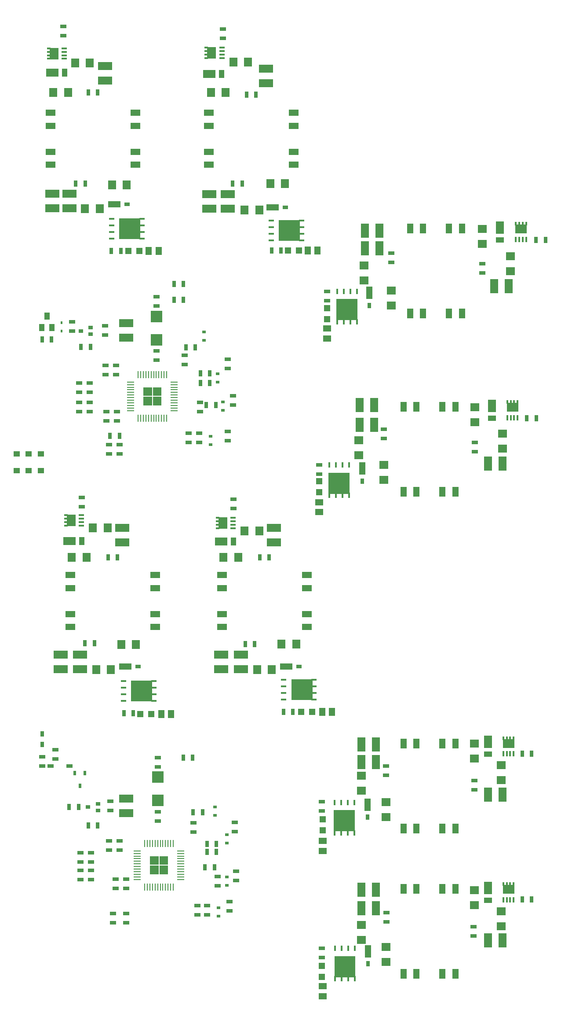
<source format=gtp>
G04 EAGLE Gerber RS-274X export*
G75*
%MOMM*%
%FSLAX34Y34*%
%LPD*%
%INTop Paste*%
%IPPOS*%
%AMOC8*
5,1,8,0,0,1.08239X$1,22.5*%
G01*
%ADD10R,0.800000X1.200000*%
%ADD11R,1.600000X2.700000*%
%ADD12R,1.200000X0.800000*%
%ADD13R,2.700000X1.600000*%
%ADD14R,0.787400X0.990600*%
%ADD15R,1.270000X2.387600*%
%ADD16R,1.500000X1.050000*%
%ADD17R,1.500000X2.400000*%
%ADD18R,0.800000X0.600000*%
%ADD19R,1.200000X1.200000*%
%ADD20R,0.800000X1.000000*%
%ADD21R,0.990600X0.787400*%
%ADD22R,2.387600X1.270000*%
%ADD23R,1.050000X1.500000*%
%ADD24R,2.400000X1.500000*%
%ADD25R,1.200000X0.700000*%
%ADD26R,0.400000X0.560000*%
%ADD27R,2.300000X2.300000*%
%ADD28R,1.220000X1.120000*%
%ADD29R,0.900000X0.700000*%
%ADD30R,0.457200X1.016000*%
%ADD31R,3.910000X3.810000*%
%ADD32R,0.405000X0.990000*%
%ADD33R,2.235000X1.725000*%
%ADD34R,0.405000X0.760000*%
%ADD35R,1.016000X0.457200*%
%ADD36R,3.810000X3.910000*%
%ADD37R,0.990000X0.405000*%
%ADD38R,1.725000X2.235000*%
%ADD39R,0.760000X0.405000*%
%ADD40R,1.000000X1.400000*%
%ADD41R,0.558800X0.863600*%
%ADD42R,1.803000X1.600000*%
%ADD43R,1.500000X1.300000*%
%ADD44R,1.600000X1.803000*%
%ADD45R,1.300000X1.500000*%
%ADD46R,1.170000X1.880000*%
%ADD47R,1.880000X1.170000*%
%ADD48R,1.346200X0.279400*%
%ADD49R,0.279400X1.346200*%

G36*
X294134Y1534416D02*
X294134Y1534416D01*
X294136Y1534415D01*
X294179Y1534435D01*
X294223Y1534453D01*
X294223Y1534455D01*
X294225Y1534456D01*
X294258Y1534541D01*
X294258Y1574419D01*
X294257Y1574421D01*
X294258Y1574423D01*
X294238Y1574466D01*
X294220Y1574510D01*
X294218Y1574510D01*
X294217Y1574512D01*
X294132Y1574545D01*
X253746Y1574545D01*
X253744Y1574544D01*
X253742Y1574545D01*
X253699Y1574525D01*
X253655Y1574507D01*
X253655Y1574505D01*
X253653Y1574504D01*
X253620Y1574419D01*
X253620Y1534541D01*
X253621Y1534539D01*
X253620Y1534537D01*
X253640Y1534494D01*
X253658Y1534450D01*
X253660Y1534450D01*
X253661Y1534448D01*
X253746Y1534415D01*
X294132Y1534415D01*
X294134Y1534416D01*
G37*
G36*
X601474Y1530606D02*
X601474Y1530606D01*
X601476Y1530605D01*
X601519Y1530625D01*
X601563Y1530643D01*
X601563Y1530645D01*
X601565Y1530646D01*
X601598Y1530731D01*
X601598Y1570609D01*
X601597Y1570611D01*
X601598Y1570613D01*
X601578Y1570656D01*
X601560Y1570700D01*
X601558Y1570700D01*
X601557Y1570702D01*
X601472Y1570735D01*
X561086Y1570735D01*
X561084Y1570734D01*
X561082Y1570735D01*
X561039Y1570715D01*
X560995Y1570697D01*
X560995Y1570695D01*
X560993Y1570694D01*
X560960Y1570609D01*
X560960Y1530731D01*
X560961Y1530729D01*
X560960Y1530727D01*
X560980Y1530684D01*
X560998Y1530640D01*
X561000Y1530640D01*
X561001Y1530638D01*
X561086Y1530605D01*
X601472Y1530605D01*
X601474Y1530606D01*
G37*
G36*
X712091Y1378333D02*
X712091Y1378333D01*
X712093Y1378332D01*
X712136Y1378352D01*
X712180Y1378370D01*
X712180Y1378372D01*
X712182Y1378373D01*
X712215Y1378458D01*
X712215Y1418844D01*
X712214Y1418846D01*
X712215Y1418848D01*
X712195Y1418891D01*
X712177Y1418935D01*
X712175Y1418935D01*
X712174Y1418937D01*
X712089Y1418970D01*
X672211Y1418970D01*
X672209Y1418969D01*
X672207Y1418970D01*
X672164Y1418950D01*
X672120Y1418932D01*
X672120Y1418930D01*
X672118Y1418929D01*
X672085Y1418844D01*
X672085Y1378458D01*
X672086Y1378456D01*
X672085Y1378454D01*
X672105Y1378411D01*
X672123Y1378367D01*
X672125Y1378367D01*
X672126Y1378365D01*
X672211Y1378332D01*
X712089Y1378332D01*
X712091Y1378333D01*
G37*
G36*
X708281Y114683D02*
X708281Y114683D01*
X708283Y114682D01*
X708326Y114702D01*
X708370Y114720D01*
X708370Y114722D01*
X708372Y114723D01*
X708405Y114808D01*
X708405Y155194D01*
X708404Y155196D01*
X708405Y155198D01*
X708385Y155241D01*
X708367Y155285D01*
X708365Y155285D01*
X708364Y155287D01*
X708279Y155320D01*
X668401Y155320D01*
X668399Y155319D01*
X668397Y155320D01*
X668354Y155300D01*
X668310Y155282D01*
X668310Y155280D01*
X668308Y155279D01*
X668275Y155194D01*
X668275Y114808D01*
X668276Y114806D01*
X668275Y114804D01*
X668295Y114761D01*
X668313Y114717D01*
X668315Y114717D01*
X668316Y114715D01*
X668401Y114682D01*
X708279Y114682D01*
X708281Y114683D01*
G37*
G36*
X707011Y395353D02*
X707011Y395353D01*
X707013Y395352D01*
X707056Y395372D01*
X707100Y395390D01*
X707100Y395392D01*
X707102Y395393D01*
X707135Y395478D01*
X707135Y435864D01*
X707134Y435866D01*
X707135Y435868D01*
X707115Y435911D01*
X707097Y435955D01*
X707095Y435955D01*
X707094Y435957D01*
X707009Y435990D01*
X667131Y435990D01*
X667129Y435989D01*
X667127Y435990D01*
X667084Y435970D01*
X667040Y435952D01*
X667040Y435950D01*
X667038Y435949D01*
X667005Y435864D01*
X667005Y395478D01*
X667006Y395476D01*
X667005Y395474D01*
X667025Y395431D01*
X667043Y395387D01*
X667045Y395387D01*
X667046Y395385D01*
X667131Y395352D01*
X707009Y395352D01*
X707011Y395353D01*
G37*
G36*
X316994Y645416D02*
X316994Y645416D01*
X316996Y645415D01*
X317039Y645435D01*
X317083Y645453D01*
X317083Y645455D01*
X317085Y645456D01*
X317118Y645541D01*
X317118Y685419D01*
X317117Y685421D01*
X317118Y685423D01*
X317098Y685466D01*
X317080Y685510D01*
X317078Y685510D01*
X317077Y685512D01*
X316992Y685545D01*
X276606Y685545D01*
X276604Y685544D01*
X276602Y685545D01*
X276559Y685525D01*
X276515Y685507D01*
X276515Y685505D01*
X276513Y685504D01*
X276480Y685419D01*
X276480Y645541D01*
X276481Y645539D01*
X276480Y645537D01*
X276500Y645494D01*
X276518Y645450D01*
X276520Y645450D01*
X276521Y645448D01*
X276606Y645415D01*
X316992Y645415D01*
X316994Y645416D01*
G37*
G36*
X625604Y647956D02*
X625604Y647956D01*
X625606Y647955D01*
X625649Y647975D01*
X625693Y647993D01*
X625693Y647995D01*
X625695Y647996D01*
X625728Y648081D01*
X625728Y687959D01*
X625727Y687961D01*
X625728Y687963D01*
X625708Y688006D01*
X625690Y688050D01*
X625688Y688050D01*
X625687Y688052D01*
X625602Y688085D01*
X585216Y688085D01*
X585214Y688084D01*
X585212Y688085D01*
X585169Y688065D01*
X585125Y688047D01*
X585125Y688045D01*
X585123Y688044D01*
X585090Y687959D01*
X585090Y648081D01*
X585091Y648079D01*
X585090Y648077D01*
X585110Y648034D01*
X585128Y647990D01*
X585130Y647990D01*
X585131Y647988D01*
X585216Y647955D01*
X625602Y647955D01*
X625604Y647956D01*
G37*
G36*
X696851Y1044323D02*
X696851Y1044323D01*
X696853Y1044322D01*
X696896Y1044342D01*
X696940Y1044360D01*
X696940Y1044362D01*
X696942Y1044363D01*
X696975Y1044448D01*
X696975Y1084834D01*
X696974Y1084836D01*
X696975Y1084838D01*
X696955Y1084881D01*
X696937Y1084925D01*
X696935Y1084925D01*
X696934Y1084927D01*
X696849Y1084960D01*
X656971Y1084960D01*
X656969Y1084959D01*
X656967Y1084960D01*
X656924Y1084940D01*
X656880Y1084922D01*
X656880Y1084920D01*
X656878Y1084919D01*
X656845Y1084834D01*
X656845Y1044448D01*
X656846Y1044446D01*
X656845Y1044444D01*
X656865Y1044401D01*
X656883Y1044357D01*
X656885Y1044357D01*
X656886Y1044355D01*
X656971Y1044322D01*
X696849Y1044322D01*
X696851Y1044323D01*
G37*
G36*
X334790Y1214487D02*
X334790Y1214487D01*
X334792Y1214486D01*
X334835Y1214506D01*
X334879Y1214524D01*
X334879Y1214526D01*
X334881Y1214527D01*
X334914Y1214612D01*
X334914Y1230900D01*
X334914Y1230901D01*
X334914Y1230902D01*
X334914Y1230903D01*
X334914Y1230904D01*
X334894Y1230947D01*
X334876Y1230991D01*
X334874Y1230991D01*
X334873Y1230993D01*
X334788Y1231026D01*
X318500Y1231026D01*
X318498Y1231025D01*
X318496Y1231026D01*
X318453Y1231006D01*
X318409Y1230988D01*
X318409Y1230986D01*
X318407Y1230985D01*
X318374Y1230900D01*
X318374Y1214612D01*
X318375Y1214610D01*
X318374Y1214608D01*
X318394Y1214565D01*
X318412Y1214521D01*
X318414Y1214521D01*
X318415Y1214519D01*
X318500Y1214486D01*
X334788Y1214486D01*
X334790Y1214487D01*
G37*
G36*
X316502Y1214487D02*
X316502Y1214487D01*
X316504Y1214486D01*
X316547Y1214506D01*
X316591Y1214524D01*
X316591Y1214526D01*
X316593Y1214527D01*
X316626Y1214612D01*
X316626Y1230900D01*
X316626Y1230901D01*
X316626Y1230902D01*
X316626Y1230903D01*
X316626Y1230904D01*
X316606Y1230947D01*
X316588Y1230991D01*
X316586Y1230991D01*
X316585Y1230993D01*
X316500Y1231026D01*
X300212Y1231026D01*
X300210Y1231025D01*
X300208Y1231026D01*
X300165Y1231006D01*
X300121Y1230988D01*
X300121Y1230986D01*
X300119Y1230985D01*
X300086Y1230900D01*
X300086Y1214612D01*
X300087Y1214610D01*
X300086Y1214608D01*
X300106Y1214565D01*
X300124Y1214521D01*
X300126Y1214521D01*
X300127Y1214519D01*
X300212Y1214486D01*
X316500Y1214486D01*
X316502Y1214487D01*
G37*
G36*
X316502Y1232775D02*
X316502Y1232775D01*
X316504Y1232774D01*
X316547Y1232794D01*
X316591Y1232812D01*
X316591Y1232814D01*
X316593Y1232815D01*
X316626Y1232900D01*
X316626Y1249188D01*
X316626Y1249189D01*
X316626Y1249190D01*
X316626Y1249191D01*
X316626Y1249192D01*
X316606Y1249235D01*
X316588Y1249279D01*
X316586Y1249279D01*
X316585Y1249281D01*
X316500Y1249314D01*
X300212Y1249314D01*
X300210Y1249313D01*
X300208Y1249314D01*
X300165Y1249294D01*
X300121Y1249276D01*
X300121Y1249274D01*
X300119Y1249273D01*
X300086Y1249188D01*
X300086Y1232900D01*
X300087Y1232898D01*
X300086Y1232896D01*
X300106Y1232853D01*
X300124Y1232809D01*
X300126Y1232809D01*
X300127Y1232807D01*
X300212Y1232774D01*
X316500Y1232774D01*
X316502Y1232775D01*
G37*
G36*
X329202Y331075D02*
X329202Y331075D01*
X329204Y331074D01*
X329247Y331094D01*
X329291Y331112D01*
X329291Y331114D01*
X329293Y331115D01*
X329326Y331200D01*
X329326Y347488D01*
X329326Y347489D01*
X329326Y347490D01*
X329326Y347491D01*
X329326Y347492D01*
X329306Y347535D01*
X329288Y347579D01*
X329286Y347579D01*
X329285Y347581D01*
X329200Y347614D01*
X312912Y347614D01*
X312910Y347613D01*
X312908Y347614D01*
X312865Y347594D01*
X312821Y347576D01*
X312821Y347574D01*
X312819Y347573D01*
X312786Y347488D01*
X312786Y331200D01*
X312787Y331198D01*
X312786Y331196D01*
X312806Y331153D01*
X312824Y331109D01*
X312826Y331109D01*
X312827Y331107D01*
X312912Y331074D01*
X329200Y331074D01*
X329202Y331075D01*
G37*
G36*
X347490Y331075D02*
X347490Y331075D01*
X347492Y331074D01*
X347535Y331094D01*
X347579Y331112D01*
X347579Y331114D01*
X347581Y331115D01*
X347614Y331200D01*
X347614Y347488D01*
X347614Y347489D01*
X347614Y347490D01*
X347614Y347491D01*
X347614Y347492D01*
X347594Y347535D01*
X347576Y347579D01*
X347574Y347579D01*
X347573Y347581D01*
X347488Y347614D01*
X331200Y347614D01*
X331198Y347613D01*
X331196Y347614D01*
X331153Y347594D01*
X331109Y347576D01*
X331109Y347574D01*
X331107Y347573D01*
X331074Y347488D01*
X331074Y331200D01*
X331075Y331198D01*
X331074Y331196D01*
X331094Y331153D01*
X331112Y331109D01*
X331114Y331109D01*
X331115Y331107D01*
X331200Y331074D01*
X347488Y331074D01*
X347490Y331075D01*
G37*
G36*
X347490Y312787D02*
X347490Y312787D01*
X347492Y312786D01*
X347535Y312806D01*
X347579Y312824D01*
X347579Y312826D01*
X347581Y312827D01*
X347614Y312912D01*
X347614Y329200D01*
X347614Y329201D01*
X347614Y329202D01*
X347614Y329203D01*
X347614Y329204D01*
X347594Y329247D01*
X347576Y329291D01*
X347574Y329291D01*
X347573Y329293D01*
X347488Y329326D01*
X331200Y329326D01*
X331198Y329325D01*
X331196Y329326D01*
X331153Y329306D01*
X331109Y329288D01*
X331109Y329286D01*
X331107Y329285D01*
X331074Y329200D01*
X331074Y312912D01*
X331075Y312910D01*
X331074Y312908D01*
X331094Y312865D01*
X331112Y312821D01*
X331114Y312821D01*
X331115Y312819D01*
X331200Y312786D01*
X347488Y312786D01*
X347490Y312787D01*
G37*
G36*
X329202Y312787D02*
X329202Y312787D01*
X329204Y312786D01*
X329247Y312806D01*
X329291Y312824D01*
X329291Y312826D01*
X329293Y312827D01*
X329326Y312912D01*
X329326Y329200D01*
X329326Y329201D01*
X329326Y329202D01*
X329326Y329203D01*
X329326Y329204D01*
X329306Y329247D01*
X329288Y329291D01*
X329286Y329291D01*
X329285Y329293D01*
X329200Y329326D01*
X312912Y329326D01*
X312910Y329325D01*
X312908Y329326D01*
X312865Y329306D01*
X312821Y329288D01*
X312821Y329286D01*
X312819Y329285D01*
X312786Y329200D01*
X312786Y312912D01*
X312787Y312910D01*
X312786Y312908D01*
X312806Y312865D01*
X312824Y312821D01*
X312826Y312821D01*
X312827Y312819D01*
X312912Y312786D01*
X329200Y312786D01*
X329202Y312787D01*
G37*
G36*
X334790Y1232775D02*
X334790Y1232775D01*
X334792Y1232774D01*
X334835Y1232794D01*
X334879Y1232812D01*
X334879Y1232814D01*
X334881Y1232815D01*
X334914Y1232900D01*
X334914Y1249188D01*
X334914Y1249189D01*
X334914Y1249190D01*
X334914Y1249191D01*
X334914Y1249192D01*
X334894Y1249235D01*
X334876Y1249279D01*
X334874Y1249279D01*
X334873Y1249281D01*
X334788Y1249314D01*
X318500Y1249314D01*
X318498Y1249313D01*
X318496Y1249314D01*
X318453Y1249294D01*
X318409Y1249276D01*
X318409Y1249274D01*
X318407Y1249273D01*
X318374Y1249188D01*
X318374Y1232900D01*
X318375Y1232898D01*
X318374Y1232896D01*
X318394Y1232853D01*
X318412Y1232809D01*
X318414Y1232809D01*
X318415Y1232807D01*
X318500Y1232774D01*
X334788Y1232774D01*
X334790Y1232775D01*
G37*
D10*
X212200Y406400D03*
X194200Y406400D03*
D11*
X754410Y1550670D03*
X726410Y1550670D03*
X754410Y1516380D03*
X726410Y1516380D03*
D12*
X777240Y1507600D03*
X777240Y1489600D03*
X952500Y1487280D03*
X952500Y1469280D03*
X408940Y1220580D03*
X408940Y1202580D03*
X196850Y1202580D03*
X196850Y1220580D03*
X472440Y1233280D03*
X472440Y1215280D03*
D11*
X975330Y1443990D03*
X1003330Y1443990D03*
D13*
X462280Y1620550D03*
X462280Y1592550D03*
X426720Y1620550D03*
X426720Y1592550D03*
D10*
X472330Y1640840D03*
X490330Y1640840D03*
X499000Y1812290D03*
X517000Y1812290D03*
X410100Y1257300D03*
X428100Y1257300D03*
D12*
X196850Y1257410D03*
X196850Y1239410D03*
X462280Y1303130D03*
X462280Y1285130D03*
D13*
X535940Y1833850D03*
X535940Y1861850D03*
X157480Y1621820D03*
X157480Y1593820D03*
X124460Y1621820D03*
X124460Y1593820D03*
D10*
X170070Y1640840D03*
X188070Y1640840D03*
X194200Y1816100D03*
X212200Y1816100D03*
D12*
X379730Y1310750D03*
X379730Y1292750D03*
X247650Y1291700D03*
X247650Y1273700D03*
D10*
X359300Y1417320D03*
X377300Y1417320D03*
D13*
X226060Y1838930D03*
X226060Y1866930D03*
X266700Y430500D03*
X266700Y458500D03*
D10*
X359300Y1447800D03*
X377300Y1447800D03*
D12*
X327660Y433180D03*
X327660Y415180D03*
D11*
X748060Y247650D03*
X720060Y247650D03*
X748060Y283210D03*
X720060Y283210D03*
D12*
X768350Y238870D03*
X768350Y220870D03*
X935990Y212200D03*
X935990Y194200D03*
X422910Y252840D03*
X422910Y234840D03*
X266700Y285640D03*
X266700Y303640D03*
X466090Y260460D03*
X466090Y242460D03*
D11*
X963900Y185420D03*
X991900Y185420D03*
X748060Y562610D03*
X720060Y562610D03*
X748060Y528320D03*
X720060Y528320D03*
D12*
X767080Y520810D03*
X767080Y502810D03*
X937260Y492870D03*
X937260Y474870D03*
X443230Y308720D03*
X443230Y290720D03*
X199390Y302150D03*
X199390Y320150D03*
X478790Y318880D03*
X478790Y300880D03*
D11*
X963900Y466090D03*
X991900Y466090D03*
D10*
X180230Y1327150D03*
X198230Y1327150D03*
D13*
X487680Y735360D03*
X487680Y707360D03*
X449580Y735360D03*
X449580Y707360D03*
D10*
X496460Y755650D03*
X514460Y755650D03*
X524400Y922020D03*
X542400Y922020D03*
X422800Y355600D03*
X440800Y355600D03*
D12*
X199390Y354440D03*
X199390Y336440D03*
X476250Y412860D03*
X476250Y394860D03*
D13*
X551180Y951200D03*
X551180Y979200D03*
X266700Y1372900D03*
X266700Y1344900D03*
X177800Y735360D03*
X177800Y707360D03*
X140970Y735360D03*
X140970Y707360D03*
D10*
X187850Y756920D03*
X205850Y756920D03*
X232300Y922020D03*
X250300Y922020D03*
D12*
X396240Y411590D03*
X396240Y393590D03*
X254000Y377300D03*
X254000Y359300D03*
D10*
X377080Y537210D03*
X395080Y537210D03*
D13*
X259080Y951200D03*
X259080Y979200D03*
D12*
X325120Y1301640D03*
X325120Y1319640D03*
D11*
X744250Y1215390D03*
X716250Y1215390D03*
X744250Y1177290D03*
X716250Y1177290D03*
D12*
X763270Y1168510D03*
X763270Y1150510D03*
X938530Y1143110D03*
X938530Y1125110D03*
X407670Y1160890D03*
X407670Y1142890D03*
X248920Y1184800D03*
X248920Y1202800D03*
X462280Y1164700D03*
X462280Y1146700D03*
D11*
X963900Y1102360D03*
X991900Y1102360D03*
D14*
X735330Y1406779D03*
D15*
X735330Y1431036D03*
D16*
X986790Y1532880D03*
D17*
X986790Y1556630D03*
D18*
X453390Y1220850D03*
X453390Y1204850D03*
D19*
X654050Y1380150D03*
X654050Y1401150D03*
D20*
X105410Y562770D03*
X105410Y582770D03*
D21*
X573151Y1595120D03*
D22*
X548894Y1595120D03*
D23*
X450860Y1851660D03*
D24*
X427110Y1851660D03*
D18*
X443230Y1275460D03*
X443230Y1259460D03*
D19*
X599780Y1512570D03*
X578780Y1512570D03*
D25*
X158200Y520700D03*
X121200Y520700D03*
D21*
X268351Y1601470D03*
D22*
X244094Y1601470D03*
D23*
X148600Y1854200D03*
D24*
X124850Y1854200D03*
D18*
X416560Y1355470D03*
X416560Y1339470D03*
D19*
X292440Y1511300D03*
X271440Y1511300D03*
D26*
X142240Y1357400D03*
X142240Y1373100D03*
D27*
X327660Y455020D03*
X327660Y500020D03*
D14*
X732790Y140589D03*
D15*
X732790Y164846D03*
D16*
X963930Y262880D03*
D17*
X963930Y286630D03*
D18*
X444500Y248030D03*
X444500Y232030D03*
D19*
X643890Y115230D03*
X643890Y136230D03*
D27*
X325120Y1340210D03*
X325120Y1385210D03*
D14*
X731520Y422529D03*
D15*
X731520Y446786D03*
D16*
X963930Y543550D03*
D17*
X963930Y567300D03*
D18*
X461010Y307720D03*
X461010Y291720D03*
D19*
X645160Y397170D03*
X645160Y418170D03*
D28*
X55880Y1088900D03*
X55880Y1120900D03*
D21*
X599821Y712470D03*
D22*
X575564Y712470D03*
D23*
X473720Y952500D03*
D24*
X449970Y952500D03*
D18*
X461010Y389000D03*
X461010Y373000D03*
D19*
X625180Y624840D03*
X604180Y624840D03*
D28*
X78740Y1088900D03*
X78740Y1120900D03*
D21*
X289941Y712470D03*
D22*
X265684Y712470D03*
D23*
X181620Y953770D03*
D24*
X157870Y953770D03*
D18*
X438150Y442340D03*
X438150Y426340D03*
D19*
X315300Y621030D03*
X294300Y621030D03*
D28*
X102870Y1088900D03*
X102870Y1120900D03*
D14*
X721360Y1068959D03*
D15*
X721360Y1093216D03*
D16*
X971550Y1189980D03*
D17*
X971550Y1213730D03*
D18*
X429260Y1154810D03*
X429260Y1138810D03*
D19*
X638810Y1047410D03*
X638810Y1068410D03*
D29*
X212700Y435460D03*
X212700Y448460D03*
X193700Y441960D03*
D30*
X711200Y1433830D03*
X698500Y1433830D03*
X685800Y1433830D03*
X673100Y1433830D03*
X673100Y1375410D03*
X685800Y1375410D03*
X698500Y1375410D03*
X711200Y1375410D03*
D31*
X692150Y1397720D03*
D32*
X1017505Y1533780D03*
X1024130Y1533780D03*
X1030730Y1533780D03*
X1037355Y1533780D03*
D33*
X1027430Y1553705D03*
D34*
X1037355Y1563630D03*
X1030730Y1563630D03*
X1024130Y1563630D03*
X1017505Y1563630D03*
D35*
X546100Y1569720D03*
X546100Y1557020D03*
X546100Y1544320D03*
X546100Y1531620D03*
X604520Y1531620D03*
X604520Y1544320D03*
X604520Y1557020D03*
X604520Y1569720D03*
D36*
X582210Y1550670D03*
D37*
X451230Y1882375D03*
X451230Y1889000D03*
X451230Y1895600D03*
X451230Y1902225D03*
D38*
X431305Y1892300D03*
D39*
X421380Y1902225D03*
X421380Y1895600D03*
X421380Y1889000D03*
X421380Y1882375D03*
D35*
X238760Y1573530D03*
X238760Y1560830D03*
X238760Y1548130D03*
X238760Y1535430D03*
X297180Y1535430D03*
X297180Y1548130D03*
X297180Y1560830D03*
X297180Y1573530D03*
D36*
X274870Y1554480D03*
D37*
X147700Y1881105D03*
X147700Y1887730D03*
X147700Y1894330D03*
X147700Y1900955D03*
D38*
X127775Y1891030D03*
D39*
X117850Y1900955D03*
X117850Y1894330D03*
X117850Y1887730D03*
X117850Y1881105D03*
D29*
X198730Y1351130D03*
X198730Y1364130D03*
X179730Y1357630D03*
D30*
X707390Y170180D03*
X694690Y170180D03*
X681990Y170180D03*
X669290Y170180D03*
X669290Y111760D03*
X681990Y111760D03*
X694690Y111760D03*
X707390Y111760D03*
D31*
X688340Y134070D03*
D32*
X993375Y263780D03*
X1000000Y263780D03*
X1006600Y263780D03*
X1013225Y263780D03*
D33*
X1003300Y283705D03*
D34*
X1013225Y293630D03*
X1006600Y293630D03*
X1000000Y293630D03*
X993375Y293630D03*
D30*
X706120Y450850D03*
X693420Y450850D03*
X680720Y450850D03*
X668020Y450850D03*
X668020Y392430D03*
X680720Y392430D03*
X693420Y392430D03*
X706120Y392430D03*
D31*
X687070Y414740D03*
D32*
X993375Y544450D03*
X1000000Y544450D03*
X1006600Y544450D03*
X1013225Y544450D03*
D33*
X1003300Y564375D03*
D34*
X1013225Y574300D03*
X1006600Y574300D03*
X1000000Y574300D03*
X993375Y574300D03*
D40*
X114300Y1386410D03*
X123800Y1364410D03*
X104800Y1364410D03*
D35*
X570230Y687070D03*
X570230Y674370D03*
X570230Y661670D03*
X570230Y648970D03*
X628650Y648970D03*
X628650Y661670D03*
X628650Y674370D03*
X628650Y687070D03*
D36*
X606340Y668020D03*
D37*
X472820Y978135D03*
X472820Y984760D03*
X472820Y991360D03*
X472820Y997985D03*
D38*
X452895Y988060D03*
D39*
X442970Y997985D03*
X442970Y991360D03*
X442970Y984760D03*
X442970Y978135D03*
D41*
X187300Y507746D03*
X168300Y507746D03*
X177800Y482854D03*
D35*
X261620Y684530D03*
X261620Y671830D03*
X261620Y659130D03*
X261620Y646430D03*
X320040Y646430D03*
X320040Y659130D03*
X320040Y671830D03*
X320040Y684530D03*
D36*
X297730Y665480D03*
D37*
X180720Y983215D03*
X180720Y989840D03*
X180720Y996440D03*
X180720Y1003065D03*
D38*
X160795Y993140D03*
D39*
X150870Y1003065D03*
X150870Y996440D03*
X150870Y989840D03*
X150870Y983215D03*
D30*
X695960Y1099820D03*
X683260Y1099820D03*
X670560Y1099820D03*
X657860Y1099820D03*
X657860Y1041400D03*
X670560Y1041400D03*
X683260Y1041400D03*
X695960Y1041400D03*
D31*
X676910Y1063710D03*
D32*
X1000995Y1190880D03*
X1007620Y1190880D03*
X1014220Y1190880D03*
X1020845Y1190880D03*
D33*
X1010920Y1210805D03*
D34*
X1020845Y1220730D03*
X1014220Y1220730D03*
X1007620Y1220730D03*
X1000995Y1220730D03*
D12*
X236220Y453500D03*
X236220Y435500D03*
X325120Y1405780D03*
X325120Y1423780D03*
D42*
X777240Y1406910D03*
X777240Y1435350D03*
X952500Y1525020D03*
X952500Y1553460D03*
D12*
X654050Y1415940D03*
X654050Y1433940D03*
D10*
X1056530Y1532890D03*
X1074530Y1532890D03*
X421530Y1215390D03*
X439530Y1215390D03*
D12*
X176530Y1202580D03*
X176530Y1220580D03*
D43*
X654050Y1343050D03*
X654050Y1362050D03*
D44*
X573020Y1640840D03*
X544580Y1640840D03*
X458720Y1816100D03*
X430280Y1816100D03*
D10*
X565260Y1512570D03*
X547260Y1512570D03*
D12*
X453390Y1920130D03*
X453390Y1938130D03*
D10*
X410100Y1276350D03*
X428100Y1276350D03*
D12*
X176530Y1257410D03*
X176530Y1239410D03*
D45*
X635610Y1512570D03*
X616610Y1512570D03*
D44*
X268220Y1638300D03*
X239780Y1638300D03*
X155190Y1816100D03*
X126750Y1816100D03*
D10*
X256650Y1511300D03*
X238650Y1511300D03*
D12*
X146050Y1925210D03*
X146050Y1943210D03*
D10*
X382160Y1325880D03*
X400160Y1325880D03*
D12*
X227330Y1291700D03*
X227330Y1273700D03*
D45*
X329540Y1511300D03*
X310540Y1511300D03*
D12*
X241300Y219600D03*
X241300Y237600D03*
X266700Y219600D03*
X266700Y237600D03*
D10*
X254110Y1155700D03*
X236110Y1155700D03*
D12*
X254000Y1139300D03*
X254000Y1121300D03*
X233680Y1139300D03*
X233680Y1121300D03*
D42*
X767080Y144530D03*
X767080Y172970D03*
X937260Y253750D03*
X937260Y282190D03*
D12*
X643890Y152290D03*
X643890Y170290D03*
D10*
X1029860Y264160D03*
X1047860Y264160D03*
D12*
X403860Y252840D03*
X403860Y234840D03*
X246380Y285640D03*
X246380Y303640D03*
D43*
X645160Y78130D03*
X645160Y97130D03*
D10*
X175370Y441960D03*
X157370Y441960D03*
D42*
X767080Y422660D03*
X767080Y451100D03*
X937260Y535690D03*
X937260Y564130D03*
D12*
X643890Y434230D03*
X643890Y452230D03*
D10*
X1029860Y544830D03*
X1047860Y544830D03*
X418990Y326390D03*
X436990Y326390D03*
D12*
X179070Y302150D03*
X179070Y320150D03*
D43*
X645160Y357530D03*
X645160Y376530D03*
D10*
X123300Y1341120D03*
X105300Y1341120D03*
D12*
X130810Y552560D03*
X130810Y534560D03*
X105410Y538590D03*
X105410Y520590D03*
D44*
X594610Y755650D03*
X566170Y755650D03*
X482850Y922020D03*
X454410Y922020D03*
D10*
X588120Y624840D03*
X570120Y624840D03*
D12*
X473710Y1015890D03*
X473710Y1033890D03*
D10*
X422800Y370840D03*
X440800Y370840D03*
D12*
X179070Y354440D03*
X179070Y336440D03*
D45*
X663550Y624840D03*
X644550Y624840D03*
D12*
X327660Y537320D03*
X327660Y519320D03*
D44*
X286000Y754380D03*
X257560Y754380D03*
X190750Y922020D03*
X162310Y922020D03*
D10*
X280780Y622300D03*
X262780Y622300D03*
D12*
X181610Y1019700D03*
X181610Y1037700D03*
D10*
X396130Y431800D03*
X414130Y431800D03*
D12*
X233680Y377300D03*
X233680Y359300D03*
D45*
X353670Y621030D03*
X334670Y621030D03*
D12*
X226060Y1349900D03*
X226060Y1367900D03*
X162560Y1375520D03*
X162560Y1357520D03*
D42*
X763270Y1071630D03*
X763270Y1100070D03*
X938530Y1182120D03*
X938530Y1210560D03*
D12*
X638810Y1081930D03*
X638810Y1099930D03*
D10*
X1038750Y1189990D03*
X1056750Y1189990D03*
D12*
X387350Y1160890D03*
X387350Y1142890D03*
X228600Y1184800D03*
X228600Y1202800D03*
D43*
X638810Y1009040D03*
X638810Y1028040D03*
D42*
X725170Y1455170D03*
X725170Y1483610D03*
X1007110Y1501390D03*
X1007110Y1472950D03*
D44*
X523490Y1590040D03*
X495050Y1590040D03*
X473460Y1874520D03*
X501900Y1874520D03*
X216150Y1592580D03*
X187710Y1592580D03*
X168660Y1873250D03*
X197100Y1873250D03*
D42*
X720090Y186440D03*
X720090Y214880D03*
X989330Y241550D03*
X989330Y213110D03*
X720090Y473460D03*
X720090Y501900D03*
X989330Y522220D03*
X989330Y493780D03*
D44*
X547620Y706120D03*
X519180Y706120D03*
X495050Y972820D03*
X523490Y972820D03*
X237740Y706120D03*
X209300Y706120D03*
X202950Y979170D03*
X231390Y979170D03*
D42*
X715010Y1118620D03*
X715010Y1147060D03*
X991870Y1159760D03*
X991870Y1131320D03*
D46*
X913600Y1555000D03*
X888600Y1555000D03*
X838600Y1555000D03*
X813600Y1555000D03*
X913600Y1391400D03*
X888600Y1391400D03*
X838600Y1391400D03*
X813600Y1391400D03*
D47*
X426200Y1777200D03*
X426200Y1752200D03*
X426200Y1702200D03*
X426200Y1677200D03*
X589800Y1777200D03*
X589800Y1752200D03*
X589800Y1702200D03*
X589800Y1677200D03*
X121400Y1777200D03*
X121400Y1752200D03*
X121400Y1702200D03*
X121400Y1677200D03*
X285000Y1777200D03*
X285000Y1752200D03*
X285000Y1702200D03*
X285000Y1677200D03*
D46*
X900900Y285000D03*
X875900Y285000D03*
X825900Y285000D03*
X800900Y285000D03*
X900900Y121400D03*
X875900Y121400D03*
X825900Y121400D03*
X800900Y121400D03*
X900900Y564400D03*
X875900Y564400D03*
X825900Y564400D03*
X800900Y564400D03*
X900900Y400800D03*
X875900Y400800D03*
X825900Y400800D03*
X800900Y400800D03*
D47*
X451600Y888200D03*
X451600Y863200D03*
X451600Y813200D03*
X451600Y788200D03*
X615200Y888200D03*
X615200Y863200D03*
X615200Y813200D03*
X615200Y788200D03*
X159500Y888200D03*
X159500Y863200D03*
X159500Y813200D03*
X159500Y788200D03*
X323100Y888200D03*
X323100Y863200D03*
X323100Y813200D03*
X323100Y788200D03*
D46*
X900900Y1212100D03*
X875900Y1212100D03*
X825900Y1212100D03*
X800900Y1212100D03*
X900900Y1048500D03*
X875900Y1048500D03*
X825900Y1048500D03*
X800900Y1048500D03*
D48*
X288417Y357700D03*
X288417Y352700D03*
X288417Y347700D03*
X288417Y342700D03*
X288417Y337700D03*
X288417Y332700D03*
X288417Y327700D03*
X288417Y322700D03*
X288417Y317700D03*
X288417Y312700D03*
X288417Y307700D03*
X288417Y302700D03*
D49*
X302700Y288417D03*
X307700Y288417D03*
X312700Y288417D03*
X317700Y288417D03*
X322700Y288417D03*
X327700Y288417D03*
X332700Y288417D03*
X337700Y288417D03*
X342700Y288417D03*
X347700Y288417D03*
X352700Y288417D03*
X357700Y288417D03*
D48*
X371983Y302700D03*
X371983Y307700D03*
X371983Y312700D03*
X371983Y317700D03*
X371983Y322700D03*
X371983Y327700D03*
X371983Y332700D03*
X371983Y337700D03*
X371983Y342700D03*
X371983Y347700D03*
X371983Y352700D03*
X371983Y357700D03*
D49*
X357700Y371983D03*
X352700Y371983D03*
X347700Y371983D03*
X342700Y371983D03*
X337700Y371983D03*
X332700Y371983D03*
X327700Y371983D03*
X322700Y371983D03*
X317700Y371983D03*
X312700Y371983D03*
X307700Y371983D03*
X302700Y371983D03*
D48*
X275717Y1259400D03*
X275717Y1254400D03*
X275717Y1249400D03*
X275717Y1244400D03*
X275717Y1239400D03*
X275717Y1234400D03*
X275717Y1229400D03*
X275717Y1224400D03*
X275717Y1219400D03*
X275717Y1214400D03*
X275717Y1209400D03*
X275717Y1204400D03*
D49*
X290000Y1190117D03*
X295000Y1190117D03*
X300000Y1190117D03*
X305000Y1190117D03*
X310000Y1190117D03*
X315000Y1190117D03*
X320000Y1190117D03*
X325000Y1190117D03*
X330000Y1190117D03*
X335000Y1190117D03*
X340000Y1190117D03*
X345000Y1190117D03*
D48*
X359283Y1204400D03*
X359283Y1209400D03*
X359283Y1214400D03*
X359283Y1219400D03*
X359283Y1224400D03*
X359283Y1229400D03*
X359283Y1234400D03*
X359283Y1239400D03*
X359283Y1244400D03*
X359283Y1249400D03*
X359283Y1254400D03*
X359283Y1259400D03*
D49*
X345000Y1273683D03*
X340000Y1273683D03*
X335000Y1273683D03*
X330000Y1273683D03*
X325000Y1273683D03*
X320000Y1273683D03*
X315000Y1273683D03*
X310000Y1273683D03*
X305000Y1273683D03*
X300000Y1273683D03*
X295000Y1273683D03*
X290000Y1273683D03*
M02*

</source>
